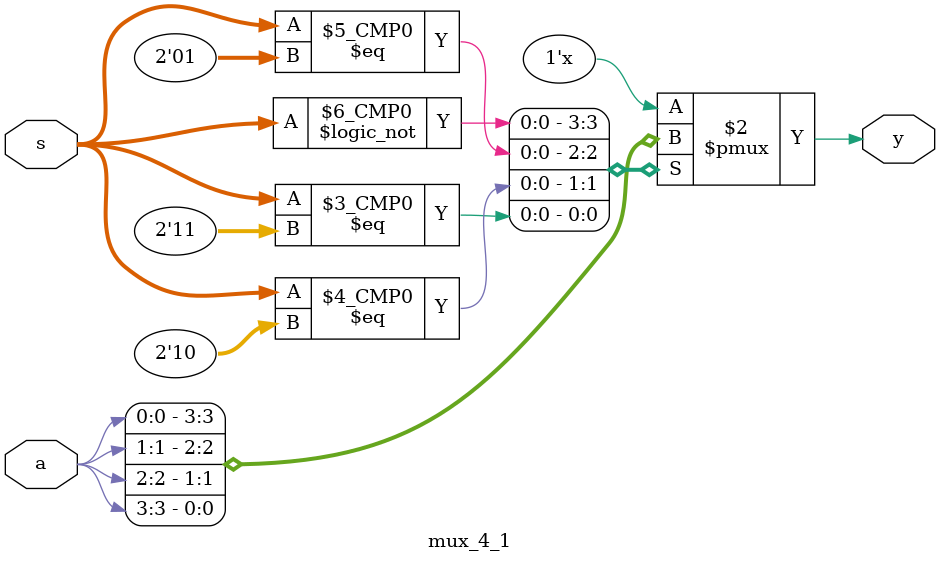
<source format=v>
module mux_4_1 (a,s,y);

input [3:0] a;
input [1:0] s ;
output y;

reg y ; //output of type reg 

always @ ( a or s )
begin 

case (s)

2'b00 : y =a[0];
2'b01 : y = a[1];
2'b10 : y=a[2];
2'b11 : y = a[3];
default : y = 1'bz;

endcase

end


endmodule

</source>
